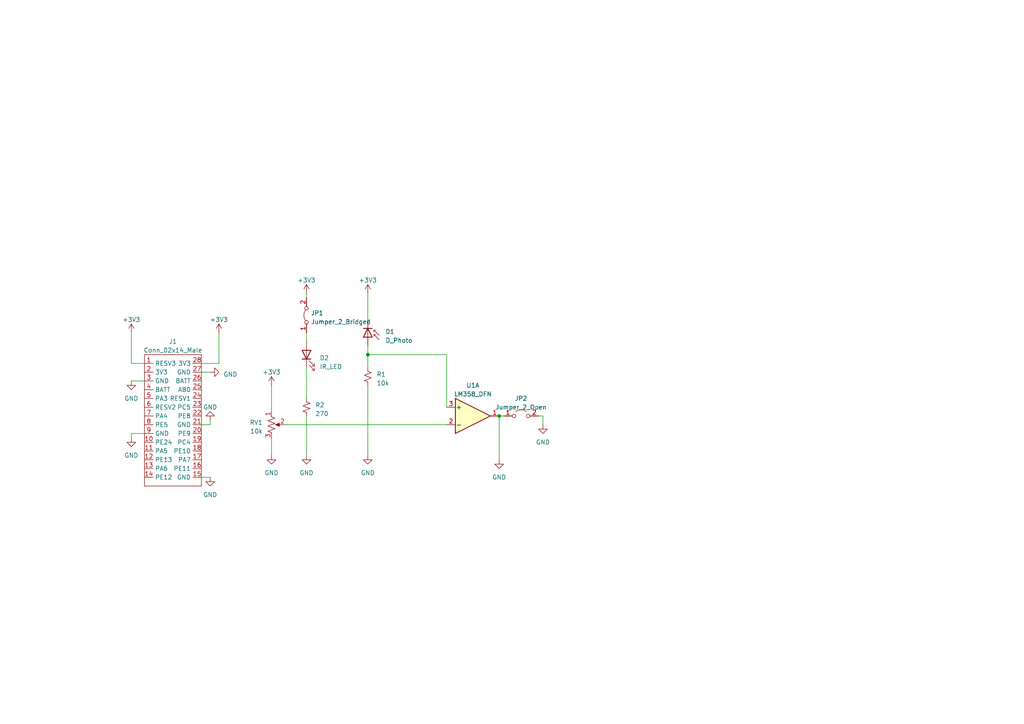
<source format=kicad_sch>
(kicad_sch (version 20230121) (generator eeschema)

  (uuid 47c08efd-bf45-488f-8a16-911313717c31)

  (paper "A4")

  (lib_symbols
    (symbol "Amplifier_Operational:LM358_DFN" (pin_names (offset 0.127)) (in_bom yes) (on_board yes)
      (property "Reference" "U" (at 0 5.08 0)
        (effects (font (size 1.27 1.27)) (justify left))
      )
      (property "Value" "LM358_DFN" (at 0 -5.08 0)
        (effects (font (size 1.27 1.27)) (justify left))
      )
      (property "Footprint" "Package_DFN_QFN:DFN-8-1EP_2x2mm_P0.5mm_EP1.05x1.75mm" (at 0 0 0)
        (effects (font (size 1.27 1.27)) hide)
      )
      (property "Datasheet" "www.st.com/resource/en/datasheet/lm358.pdf" (at 0 0 0)
        (effects (font (size 1.27 1.27)) hide)
      )
      (property "ki_locked" "" (at 0 0 0)
        (effects (font (size 1.27 1.27)))
      )
      (property "ki_keywords" "dual opamp" (at 0 0 0)
        (effects (font (size 1.27 1.27)) hide)
      )
      (property "ki_description" "Low-Power, Dual Operational Amplifiers, DFN-8" (at 0 0 0)
        (effects (font (size 1.27 1.27)) hide)
      )
      (property "ki_fp_filters" "DFN*2x2mm*P0.5mm*" (at 0 0 0)
        (effects (font (size 1.27 1.27)) hide)
      )
      (symbol "LM358_DFN_1_1"
        (polyline
          (pts
            (xy -5.08 5.08)
            (xy 5.08 0)
            (xy -5.08 -5.08)
            (xy -5.08 5.08)
          )
          (stroke (width 0.254) (type default))
          (fill (type background))
        )
        (pin output line (at 7.62 0 180) (length 2.54)
          (name "~" (effects (font (size 1.27 1.27))))
          (number "1" (effects (font (size 1.27 1.27))))
        )
        (pin input line (at -7.62 -2.54 0) (length 2.54)
          (name "-" (effects (font (size 1.27 1.27))))
          (number "2" (effects (font (size 1.27 1.27))))
        )
        (pin input line (at -7.62 2.54 0) (length 2.54)
          (name "+" (effects (font (size 1.27 1.27))))
          (number "3" (effects (font (size 1.27 1.27))))
        )
      )
      (symbol "LM358_DFN_2_1"
        (polyline
          (pts
            (xy -5.08 5.08)
            (xy 5.08 0)
            (xy -5.08 -5.08)
            (xy -5.08 5.08)
          )
          (stroke (width 0.254) (type default))
          (fill (type background))
        )
        (pin input line (at -7.62 2.54 0) (length 2.54)
          (name "+" (effects (font (size 1.27 1.27))))
          (number "5" (effects (font (size 1.27 1.27))))
        )
        (pin input line (at -7.62 -2.54 0) (length 2.54)
          (name "-" (effects (font (size 1.27 1.27))))
          (number "6" (effects (font (size 1.27 1.27))))
        )
        (pin output line (at 7.62 0 180) (length 2.54)
          (name "~" (effects (font (size 1.27 1.27))))
          (number "7" (effects (font (size 1.27 1.27))))
        )
      )
      (symbol "LM358_DFN_3_1"
        (pin power_in line (at -2.54 -7.62 90) (length 3.81)
          (name "V-" (effects (font (size 1.27 1.27))))
          (number "4" (effects (font (size 1.27 1.27))))
        )
        (pin power_in line (at -2.54 7.62 270) (length 3.81)
          (name "V+" (effects (font (size 1.27 1.27))))
          (number "8" (effects (font (size 1.27 1.27))))
        )
        (pin power_in line (at 0 -7.62 90) (length 5.08)
          (name "PAD" (effects (font (size 1.27 1.27))))
          (number "9" (effects (font (size 1.27 1.27))))
        )
      )
    )
    (symbol "Conn_02x14_Male:Conn_02x14_Male" (in_bom yes) (on_board yes)
      (property "Reference" "J" (at 0 0 0)
        (effects (font (size 1.27 1.27)))
      )
      (property "Value" "Conn_02x14_Male" (at 0 -2.54 0)
        (effects (font (size 1.27 1.27)))
      )
      (property "Footprint" "Connector_PinHeader_2.54mm:PinHeader_2x14_P2.54mm_Vertical" (at 0 0 0)
        (effects (font (size 1.27 1.27)) hide)
      )
      (property "Datasheet" "" (at 0 0 0)
        (effects (font (size 1.27 1.27)) hide)
      )
      (symbol "Conn_02x14_Male_0_1"
        (rectangle (start -8.89 -3.81) (end 7.62 -41.91)
          (stroke (width 0) (type default))
          (fill (type none))
        )
      )
      (symbol "Conn_02x14_Male_1_1"
        (pin passive line (at -8.89 -6.35 0) (length 2.54)
          (name "RESV3" (effects (font (size 1.27 1.27))))
          (number "1" (effects (font (size 1.27 1.27))))
        )
        (pin passive line (at -8.89 -29.21 0) (length 2.54)
          (name "PE24" (effects (font (size 1.27 1.27))))
          (number "10" (effects (font (size 1.27 1.27))))
        )
        (pin passive line (at -8.89 -31.75 0) (length 2.54)
          (name "PA5" (effects (font (size 1.27 1.27))))
          (number "11" (effects (font (size 1.27 1.27))))
        )
        (pin passive line (at -8.89 -34.29 0) (length 2.54)
          (name "PE13" (effects (font (size 1.27 1.27))))
          (number "12" (effects (font (size 1.27 1.27))))
        )
        (pin passive line (at -8.89 -36.83 0) (length 2.54)
          (name "PA6" (effects (font (size 1.27 1.27))))
          (number "13" (effects (font (size 1.27 1.27))))
        )
        (pin passive line (at -8.89 -39.37 0) (length 2.54)
          (name "PE12" (effects (font (size 1.27 1.27))))
          (number "14" (effects (font (size 1.27 1.27))))
        )
        (pin passive line (at 7.62 -39.37 180) (length 2.54)
          (name "GND" (effects (font (size 1.27 1.27))))
          (number "15" (effects (font (size 1.27 1.27))))
        )
        (pin passive line (at 7.62 -36.83 180) (length 2.54)
          (name "PE11" (effects (font (size 1.27 1.27))))
          (number "16" (effects (font (size 1.27 1.27))))
        )
        (pin passive line (at 7.62 -34.29 180) (length 2.54)
          (name "PA7" (effects (font (size 1.27 1.27))))
          (number "17" (effects (font (size 1.27 1.27))))
        )
        (pin passive line (at 7.62 -31.75 180) (length 2.54)
          (name "PE10" (effects (font (size 1.27 1.27))))
          (number "18" (effects (font (size 1.27 1.27))))
        )
        (pin passive line (at 7.62 -29.21 180) (length 2.54)
          (name "PC4" (effects (font (size 1.27 1.27))))
          (number "19" (effects (font (size 1.27 1.27))))
        )
        (pin passive line (at -8.89 -8.89 0) (length 2.54)
          (name "3V3" (effects (font (size 1.27 1.27))))
          (number "2" (effects (font (size 1.27 1.27))))
        )
        (pin passive line (at 7.62 -26.67 180) (length 2.54)
          (name "PE9" (effects (font (size 1.27 1.27))))
          (number "20" (effects (font (size 1.27 1.27))))
        )
        (pin passive line (at 7.62 -24.13 180) (length 2.54)
          (name "GND" (effects (font (size 1.27 1.27))))
          (number "21" (effects (font (size 1.27 1.27))))
        )
        (pin passive line (at 7.62 -21.59 180) (length 2.54)
          (name "PE8" (effects (font (size 1.27 1.27))))
          (number "22" (effects (font (size 1.27 1.27))))
        )
        (pin passive line (at 7.62 -19.05 180) (length 2.54)
          (name "PC5" (effects (font (size 1.27 1.27))))
          (number "23" (effects (font (size 1.27 1.27))))
        )
        (pin passive line (at 7.62 -16.51 180) (length 2.54)
          (name "RESV1" (effects (font (size 1.27 1.27))))
          (number "24" (effects (font (size 1.27 1.27))))
        )
        (pin passive line (at 7.62 -13.97 180) (length 2.54)
          (name "AB0" (effects (font (size 1.27 1.27))))
          (number "25" (effects (font (size 1.27 1.27))))
        )
        (pin passive line (at 7.62 -11.43 180) (length 2.54)
          (name "BATT" (effects (font (size 1.27 1.27))))
          (number "26" (effects (font (size 1.27 1.27))))
        )
        (pin passive line (at 7.62 -8.89 180) (length 2.54)
          (name "GND" (effects (font (size 1.27 1.27))))
          (number "27" (effects (font (size 1.27 1.27))))
        )
        (pin passive line (at 7.62 -6.35 180) (length 2.54)
          (name "3V3" (effects (font (size 1.27 1.27))))
          (number "28" (effects (font (size 1.27 1.27))))
        )
        (pin passive line (at -8.89 -11.43 0) (length 2.54)
          (name "GND" (effects (font (size 1.27 1.27))))
          (number "3" (effects (font (size 1.27 1.27))))
        )
        (pin passive line (at -8.89 -13.97 0) (length 2.54)
          (name "BATT" (effects (font (size 1.27 1.27))))
          (number "4" (effects (font (size 1.27 1.27))))
        )
        (pin passive line (at -8.89 -16.51 0) (length 2.54)
          (name "PA3" (effects (font (size 1.27 1.27))))
          (number "5" (effects (font (size 1.27 1.27))))
        )
        (pin passive line (at -8.89 -19.05 0) (length 2.54)
          (name "RESV2" (effects (font (size 1.27 1.27))))
          (number "6" (effects (font (size 1.27 1.27))))
        )
        (pin passive line (at -8.89 -21.59 0) (length 2.54)
          (name "PA4" (effects (font (size 1.27 1.27))))
          (number "7" (effects (font (size 1.27 1.27))))
        )
        (pin passive line (at -8.89 -24.13 0) (length 2.54)
          (name "PE5" (effects (font (size 1.27 1.27))))
          (number "8" (effects (font (size 1.27 1.27))))
        )
        (pin passive line (at -8.89 -26.67 0) (length 2.54)
          (name "GND" (effects (font (size 1.27 1.27))))
          (number "9" (effects (font (size 1.27 1.27))))
        )
      )
    )
    (symbol "Device:D_Photo" (pin_numbers hide) (pin_names hide) (in_bom yes) (on_board yes)
      (property "Reference" "D" (at 0.508 1.778 0)
        (effects (font (size 1.27 1.27)) (justify left))
      )
      (property "Value" "D_Photo" (at -1.016 -2.794 0)
        (effects (font (size 1.27 1.27)))
      )
      (property "Footprint" "" (at -1.27 0 0)
        (effects (font (size 1.27 1.27)) hide)
      )
      (property "Datasheet" "~" (at -1.27 0 0)
        (effects (font (size 1.27 1.27)) hide)
      )
      (property "ki_keywords" "photodiode diode opto" (at 0 0 0)
        (effects (font (size 1.27 1.27)) hide)
      )
      (property "ki_description" "Photodiode" (at 0 0 0)
        (effects (font (size 1.27 1.27)) hide)
      )
      (symbol "D_Photo_0_1"
        (polyline
          (pts
            (xy -2.54 1.27)
            (xy -2.54 -1.27)
          )
          (stroke (width 0.254) (type default))
          (fill (type none))
        )
        (polyline
          (pts
            (xy -2.032 1.778)
            (xy -1.524 1.778)
          )
          (stroke (width 0) (type default))
          (fill (type none))
        )
        (polyline
          (pts
            (xy 0 0)
            (xy -2.54 0)
          )
          (stroke (width 0) (type default))
          (fill (type none))
        )
        (polyline
          (pts
            (xy -0.508 3.302)
            (xy -2.032 1.778)
            (xy -2.032 2.286)
          )
          (stroke (width 0) (type default))
          (fill (type none))
        )
        (polyline
          (pts
            (xy 0 -1.27)
            (xy 0 1.27)
            (xy -2.54 0)
            (xy 0 -1.27)
          )
          (stroke (width 0.254) (type default))
          (fill (type none))
        )
        (polyline
          (pts
            (xy 0.762 3.302)
            (xy -0.762 1.778)
            (xy -0.762 2.286)
            (xy -0.762 1.778)
            (xy -0.254 1.778)
          )
          (stroke (width 0) (type default))
          (fill (type none))
        )
      )
      (symbol "D_Photo_1_1"
        (pin passive line (at -5.08 0 0) (length 2.54)
          (name "K" (effects (font (size 1.27 1.27))))
          (number "1" (effects (font (size 1.27 1.27))))
        )
        (pin passive line (at 2.54 0 180) (length 2.54)
          (name "A" (effects (font (size 1.27 1.27))))
          (number "2" (effects (font (size 1.27 1.27))))
        )
      )
    )
    (symbol "Device:LED" (pin_numbers hide) (pin_names (offset 1.016) hide) (in_bom yes) (on_board yes)
      (property "Reference" "D" (at 0 2.54 0)
        (effects (font (size 1.27 1.27)))
      )
      (property "Value" "LED" (at 0 -2.54 0)
        (effects (font (size 1.27 1.27)))
      )
      (property "Footprint" "" (at 0 0 0)
        (effects (font (size 1.27 1.27)) hide)
      )
      (property "Datasheet" "~" (at 0 0 0)
        (effects (font (size 1.27 1.27)) hide)
      )
      (property "ki_keywords" "LED diode" (at 0 0 0)
        (effects (font (size 1.27 1.27)) hide)
      )
      (property "ki_description" "Light emitting diode" (at 0 0 0)
        (effects (font (size 1.27 1.27)) hide)
      )
      (property "ki_fp_filters" "LED* LED_SMD:* LED_THT:*" (at 0 0 0)
        (effects (font (size 1.27 1.27)) hide)
      )
      (symbol "LED_0_1"
        (polyline
          (pts
            (xy -1.27 -1.27)
            (xy -1.27 1.27)
          )
          (stroke (width 0.254) (type default))
          (fill (type none))
        )
        (polyline
          (pts
            (xy -1.27 0)
            (xy 1.27 0)
          )
          (stroke (width 0) (type default))
          (fill (type none))
        )
        (polyline
          (pts
            (xy 1.27 -1.27)
            (xy 1.27 1.27)
            (xy -1.27 0)
            (xy 1.27 -1.27)
          )
          (stroke (width 0.254) (type default))
          (fill (type none))
        )
        (polyline
          (pts
            (xy -3.048 -0.762)
            (xy -4.572 -2.286)
            (xy -3.81 -2.286)
            (xy -4.572 -2.286)
            (xy -4.572 -1.524)
          )
          (stroke (width 0) (type default))
          (fill (type none))
        )
        (polyline
          (pts
            (xy -1.778 -0.762)
            (xy -3.302 -2.286)
            (xy -2.54 -2.286)
            (xy -3.302 -2.286)
            (xy -3.302 -1.524)
          )
          (stroke (width 0) (type default))
          (fill (type none))
        )
      )
      (symbol "LED_1_1"
        (pin passive line (at -3.81 0 0) (length 2.54)
          (name "K" (effects (font (size 1.27 1.27))))
          (number "1" (effects (font (size 1.27 1.27))))
        )
        (pin passive line (at 3.81 0 180) (length 2.54)
          (name "A" (effects (font (size 1.27 1.27))))
          (number "2" (effects (font (size 1.27 1.27))))
        )
      )
    )
    (symbol "Device:R_Potentiometer_US" (pin_names (offset 1.016) hide) (in_bom yes) (on_board yes)
      (property "Reference" "RV" (at -4.445 0 90)
        (effects (font (size 1.27 1.27)))
      )
      (property "Value" "R_Potentiometer_US" (at -2.54 0 90)
        (effects (font (size 1.27 1.27)))
      )
      (property "Footprint" "" (at 0 0 0)
        (effects (font (size 1.27 1.27)) hide)
      )
      (property "Datasheet" "~" (at 0 0 0)
        (effects (font (size 1.27 1.27)) hide)
      )
      (property "ki_keywords" "resistor variable" (at 0 0 0)
        (effects (font (size 1.27 1.27)) hide)
      )
      (property "ki_description" "Potentiometer, US symbol" (at 0 0 0)
        (effects (font (size 1.27 1.27)) hide)
      )
      (property "ki_fp_filters" "Potentiometer*" (at 0 0 0)
        (effects (font (size 1.27 1.27)) hide)
      )
      (symbol "R_Potentiometer_US_0_1"
        (polyline
          (pts
            (xy 0 -2.286)
            (xy 0 -2.54)
          )
          (stroke (width 0) (type default))
          (fill (type none))
        )
        (polyline
          (pts
            (xy 0 2.54)
            (xy 0 2.286)
          )
          (stroke (width 0) (type default))
          (fill (type none))
        )
        (polyline
          (pts
            (xy 2.54 0)
            (xy 1.524 0)
          )
          (stroke (width 0) (type default))
          (fill (type none))
        )
        (polyline
          (pts
            (xy 1.143 0)
            (xy 2.286 0.508)
            (xy 2.286 -0.508)
            (xy 1.143 0)
          )
          (stroke (width 0) (type default))
          (fill (type outline))
        )
        (polyline
          (pts
            (xy 0 -0.762)
            (xy 1.016 -1.143)
            (xy 0 -1.524)
            (xy -1.016 -1.905)
            (xy 0 -2.286)
          )
          (stroke (width 0) (type default))
          (fill (type none))
        )
        (polyline
          (pts
            (xy 0 0.762)
            (xy 1.016 0.381)
            (xy 0 0)
            (xy -1.016 -0.381)
            (xy 0 -0.762)
          )
          (stroke (width 0) (type default))
          (fill (type none))
        )
        (polyline
          (pts
            (xy 0 2.286)
            (xy 1.016 1.905)
            (xy 0 1.524)
            (xy -1.016 1.143)
            (xy 0 0.762)
          )
          (stroke (width 0) (type default))
          (fill (type none))
        )
      )
      (symbol "R_Potentiometer_US_1_1"
        (pin passive line (at 0 3.81 270) (length 1.27)
          (name "1" (effects (font (size 1.27 1.27))))
          (number "1" (effects (font (size 1.27 1.27))))
        )
        (pin passive line (at 3.81 0 180) (length 1.27)
          (name "2" (effects (font (size 1.27 1.27))))
          (number "2" (effects (font (size 1.27 1.27))))
        )
        (pin passive line (at 0 -3.81 90) (length 1.27)
          (name "3" (effects (font (size 1.27 1.27))))
          (number "3" (effects (font (size 1.27 1.27))))
        )
      )
    )
    (symbol "Device:R_Small_US" (pin_numbers hide) (pin_names (offset 0.254) hide) (in_bom yes) (on_board yes)
      (property "Reference" "R" (at 0.762 0.508 0)
        (effects (font (size 1.27 1.27)) (justify left))
      )
      (property "Value" "R_Small_US" (at 0.762 -1.016 0)
        (effects (font (size 1.27 1.27)) (justify left))
      )
      (property "Footprint" "" (at 0 0 0)
        (effects (font (size 1.27 1.27)) hide)
      )
      (property "Datasheet" "~" (at 0 0 0)
        (effects (font (size 1.27 1.27)) hide)
      )
      (property "ki_keywords" "r resistor" (at 0 0 0)
        (effects (font (size 1.27 1.27)) hide)
      )
      (property "ki_description" "Resistor, small US symbol" (at 0 0 0)
        (effects (font (size 1.27 1.27)) hide)
      )
      (property "ki_fp_filters" "R_*" (at 0 0 0)
        (effects (font (size 1.27 1.27)) hide)
      )
      (symbol "R_Small_US_1_1"
        (polyline
          (pts
            (xy 0 0)
            (xy 1.016 -0.381)
            (xy 0 -0.762)
            (xy -1.016 -1.143)
            (xy 0 -1.524)
          )
          (stroke (width 0) (type default))
          (fill (type none))
        )
        (polyline
          (pts
            (xy 0 1.524)
            (xy 1.016 1.143)
            (xy 0 0.762)
            (xy -1.016 0.381)
            (xy 0 0)
          )
          (stroke (width 0) (type default))
          (fill (type none))
        )
        (pin passive line (at 0 2.54 270) (length 1.016)
          (name "~" (effects (font (size 1.27 1.27))))
          (number "1" (effects (font (size 1.27 1.27))))
        )
        (pin passive line (at 0 -2.54 90) (length 1.016)
          (name "~" (effects (font (size 1.27 1.27))))
          (number "2" (effects (font (size 1.27 1.27))))
        )
      )
    )
    (symbol "Jumper:Jumper_2_Bridged" (pin_names (offset 0) hide) (in_bom yes) (on_board yes)
      (property "Reference" "JP" (at 0 1.905 0)
        (effects (font (size 1.27 1.27)))
      )
      (property "Value" "Jumper_2_Bridged" (at 0 -2.54 0)
        (effects (font (size 1.27 1.27)))
      )
      (property "Footprint" "" (at 0 0 0)
        (effects (font (size 1.27 1.27)) hide)
      )
      (property "Datasheet" "~" (at 0 0 0)
        (effects (font (size 1.27 1.27)) hide)
      )
      (property "ki_keywords" "Jumper SPST" (at 0 0 0)
        (effects (font (size 1.27 1.27)) hide)
      )
      (property "ki_description" "Jumper, 2-pole, closed/bridged" (at 0 0 0)
        (effects (font (size 1.27 1.27)) hide)
      )
      (property "ki_fp_filters" "Jumper* TestPoint*2Pads* TestPoint*Bridge*" (at 0 0 0)
        (effects (font (size 1.27 1.27)) hide)
      )
      (symbol "Jumper_2_Bridged_0_0"
        (circle (center -2.032 0) (radius 0.508)
          (stroke (width 0) (type default))
          (fill (type none))
        )
        (circle (center 2.032 0) (radius 0.508)
          (stroke (width 0) (type default))
          (fill (type none))
        )
      )
      (symbol "Jumper_2_Bridged_0_1"
        (arc (start 1.524 0.254) (mid 0 0.762) (end -1.524 0.254)
          (stroke (width 0) (type default))
          (fill (type none))
        )
      )
      (symbol "Jumper_2_Bridged_1_1"
        (pin passive line (at -5.08 0 0) (length 2.54)
          (name "A" (effects (font (size 1.27 1.27))))
          (number "1" (effects (font (size 1.27 1.27))))
        )
        (pin passive line (at 5.08 0 180) (length 2.54)
          (name "B" (effects (font (size 1.27 1.27))))
          (number "2" (effects (font (size 1.27 1.27))))
        )
      )
    )
    (symbol "Jumper:Jumper_2_Open" (pin_names (offset 0) hide) (in_bom yes) (on_board yes)
      (property "Reference" "JP" (at 0 2.794 0)
        (effects (font (size 1.27 1.27)))
      )
      (property "Value" "Jumper_2_Open" (at 0 -2.286 0)
        (effects (font (size 1.27 1.27)))
      )
      (property "Footprint" "" (at 0 0 0)
        (effects (font (size 1.27 1.27)) hide)
      )
      (property "Datasheet" "~" (at 0 0 0)
        (effects (font (size 1.27 1.27)) hide)
      )
      (property "ki_keywords" "Jumper SPST" (at 0 0 0)
        (effects (font (size 1.27 1.27)) hide)
      )
      (property "ki_description" "Jumper, 2-pole, open" (at 0 0 0)
        (effects (font (size 1.27 1.27)) hide)
      )
      (property "ki_fp_filters" "Jumper* TestPoint*2Pads* TestPoint*Bridge*" (at 0 0 0)
        (effects (font (size 1.27 1.27)) hide)
      )
      (symbol "Jumper_2_Open_0_0"
        (circle (center -2.032 0) (radius 0.508)
          (stroke (width 0) (type default))
          (fill (type none))
        )
        (circle (center 2.032 0) (radius 0.508)
          (stroke (width 0) (type default))
          (fill (type none))
        )
      )
      (symbol "Jumper_2_Open_0_1"
        (arc (start 1.524 1.27) (mid 0 1.778) (end -1.524 1.27)
          (stroke (width 0) (type default))
          (fill (type none))
        )
      )
      (symbol "Jumper_2_Open_1_1"
        (pin passive line (at -5.08 0 0) (length 2.54)
          (name "A" (effects (font (size 1.27 1.27))))
          (number "1" (effects (font (size 1.27 1.27))))
        )
        (pin passive line (at 5.08 0 180) (length 2.54)
          (name "B" (effects (font (size 1.27 1.27))))
          (number "2" (effects (font (size 1.27 1.27))))
        )
      )
    )
    (symbol "power:+3V3" (power) (pin_names (offset 0)) (in_bom yes) (on_board yes)
      (property "Reference" "#PWR" (at 0 -3.81 0)
        (effects (font (size 1.27 1.27)) hide)
      )
      (property "Value" "+3V3" (at 0 3.556 0)
        (effects (font (size 1.27 1.27)))
      )
      (property "Footprint" "" (at 0 0 0)
        (effects (font (size 1.27 1.27)) hide)
      )
      (property "Datasheet" "" (at 0 0 0)
        (effects (font (size 1.27 1.27)) hide)
      )
      (property "ki_keywords" "global power" (at 0 0 0)
        (effects (font (size 1.27 1.27)) hide)
      )
      (property "ki_description" "Power symbol creates a global label with name \"+3V3\"" (at 0 0 0)
        (effects (font (size 1.27 1.27)) hide)
      )
      (symbol "+3V3_0_1"
        (polyline
          (pts
            (xy -0.762 1.27)
            (xy 0 2.54)
          )
          (stroke (width 0) (type default))
          (fill (type none))
        )
        (polyline
          (pts
            (xy 0 0)
            (xy 0 2.54)
          )
          (stroke (width 0) (type default))
          (fill (type none))
        )
        (polyline
          (pts
            (xy 0 2.54)
            (xy 0.762 1.27)
          )
          (stroke (width 0) (type default))
          (fill (type none))
        )
      )
      (symbol "+3V3_1_1"
        (pin power_in line (at 0 0 90) (length 0) hide
          (name "+3V3" (effects (font (size 1.27 1.27))))
          (number "1" (effects (font (size 1.27 1.27))))
        )
      )
    )
    (symbol "power:GND" (power) (pin_names (offset 0)) (in_bom yes) (on_board yes)
      (property "Reference" "#PWR" (at 0 -6.35 0)
        (effects (font (size 1.27 1.27)) hide)
      )
      (property "Value" "GND" (at 0 -3.81 0)
        (effects (font (size 1.27 1.27)))
      )
      (property "Footprint" "" (at 0 0 0)
        (effects (font (size 1.27 1.27)) hide)
      )
      (property "Datasheet" "" (at 0 0 0)
        (effects (font (size 1.27 1.27)) hide)
      )
      (property "ki_keywords" "global power" (at 0 0 0)
        (effects (font (size 1.27 1.27)) hide)
      )
      (property "ki_description" "Power symbol creates a global label with name \"GND\" , ground" (at 0 0 0)
        (effects (font (size 1.27 1.27)) hide)
      )
      (symbol "GND_0_1"
        (polyline
          (pts
            (xy 0 0)
            (xy 0 -1.27)
            (xy 1.27 -1.27)
            (xy 0 -2.54)
            (xy -1.27 -1.27)
            (xy 0 -1.27)
          )
          (stroke (width 0) (type default))
          (fill (type none))
        )
      )
      (symbol "GND_1_1"
        (pin power_in line (at 0 0 270) (length 0) hide
          (name "GND" (effects (font (size 1.27 1.27))))
          (number "1" (effects (font (size 1.27 1.27))))
        )
      )
    )
  )

  (junction (at 144.78 120.65) (diameter 0) (color 0 0 0 0)
    (uuid 0ae7ffbc-b906-4bd2-b064-5f723453fad7)
  )
  (junction (at 106.68 102.87) (diameter 0) (color 0 0 0 0)
    (uuid bc2ceebb-3ebe-4c2b-94e0-cbd171112f62)
  )

  (wire (pts (xy 38.1 125.73) (xy 41.91 125.73))
    (stroke (width 0) (type default))
    (uuid 1a5af042-68f5-4d83-9d91-b3b17a71e531)
  )
  (wire (pts (xy 38.1 105.41) (xy 38.1 96.52))
    (stroke (width 0) (type default))
    (uuid 1f1d0f0f-e3e6-4800-a799-260df41a64a6)
  )
  (wire (pts (xy 88.9 120.65) (xy 88.9 132.08))
    (stroke (width 0) (type default))
    (uuid 240ed625-26ee-4212-9406-8fb1ea6b6032)
  )
  (wire (pts (xy 106.68 102.87) (xy 106.68 106.68))
    (stroke (width 0) (type default))
    (uuid 2793f61e-f2b2-4104-853f-93a3775e2d9f)
  )
  (wire (pts (xy 144.78 120.65) (xy 146.05 120.65))
    (stroke (width 0) (type default))
    (uuid 357fdde0-322d-4ce0-bf00-e0e25e6b7687)
  )
  (wire (pts (xy 144.78 120.65) (xy 144.78 133.35))
    (stroke (width 0) (type default))
    (uuid 3998346f-7a5e-418b-907c-ba14f936a745)
  )
  (wire (pts (xy 38.1 127) (xy 38.1 125.73))
    (stroke (width 0) (type default))
    (uuid 44609e1e-85e5-4237-befe-c9dc2e531411)
  )
  (wire (pts (xy 60.96 121.92) (xy 60.96 123.19))
    (stroke (width 0) (type default))
    (uuid 4d9f611d-15f3-4dc9-b25d-1ec46937d95c)
  )
  (wire (pts (xy 78.74 127) (xy 78.74 132.08))
    (stroke (width 0) (type default))
    (uuid 544c52f5-6ddf-400c-bc84-de0c766e6bc4)
  )
  (wire (pts (xy 78.74 111.76) (xy 78.74 119.38))
    (stroke (width 0) (type default))
    (uuid 5ffc7193-4bfd-40de-892f-a6fa949cca94)
  )
  (wire (pts (xy 129.54 118.11) (xy 129.54 102.87))
    (stroke (width 0) (type default))
    (uuid 6049dfb0-f3fe-43e6-9b35-3931bd0c32ed)
  )
  (wire (pts (xy 38.1 110.49) (xy 41.91 110.49))
    (stroke (width 0) (type default))
    (uuid 679f28be-9aea-4946-9fa9-7c37cc37cf24)
  )
  (wire (pts (xy 106.68 100.33) (xy 106.68 102.87))
    (stroke (width 0) (type default))
    (uuid 7b90fc33-00ad-4c91-b3ca-ba2c41090ad4)
  )
  (wire (pts (xy 106.68 111.76) (xy 106.68 132.08))
    (stroke (width 0) (type default))
    (uuid 82fdbff0-23e4-4dd6-92e2-53eb5d61b6b5)
  )
  (wire (pts (xy 63.5 105.41) (xy 58.42 105.41))
    (stroke (width 0) (type default))
    (uuid 8305781b-73cb-4087-9169-929680da188e)
  )
  (wire (pts (xy 41.91 105.41) (xy 38.1 105.41))
    (stroke (width 0) (type default))
    (uuid 88aee52d-48bd-4f9c-8189-f7f37755fe20)
  )
  (wire (pts (xy 157.48 120.65) (xy 157.48 123.19))
    (stroke (width 0) (type default))
    (uuid 9218b0e5-42c6-4d43-bc27-a0ab1a92f4d5)
  )
  (wire (pts (xy 88.9 106.68) (xy 88.9 115.57))
    (stroke (width 0) (type default))
    (uuid 94c07de3-dbb7-483c-a11b-9a29b9eba806)
  )
  (wire (pts (xy 60.96 123.19) (xy 58.42 123.19))
    (stroke (width 0) (type default))
    (uuid a494fd23-c641-4505-ad31-6258a7fd401d)
  )
  (wire (pts (xy 106.68 85.09) (xy 106.68 92.71))
    (stroke (width 0) (type default))
    (uuid ab2a7022-33d8-4d19-960e-7783adc308a9)
  )
  (wire (pts (xy 58.42 138.43) (xy 60.96 138.43))
    (stroke (width 0) (type default))
    (uuid b8c034a3-9ce2-4ae3-a26e-4307f03a38ba)
  )
  (wire (pts (xy 88.9 96.52) (xy 88.9 99.06))
    (stroke (width 0) (type default))
    (uuid b985e0be-9d17-4555-b800-d5e0fd9bc522)
  )
  (wire (pts (xy 82.55 123.19) (xy 129.54 123.19))
    (stroke (width 0) (type default))
    (uuid bd492526-67f3-48c9-9854-4300cc2b4c31)
  )
  (wire (pts (xy 88.9 85.09) (xy 88.9 86.36))
    (stroke (width 0) (type default))
    (uuid c38570d4-e7f3-4177-9927-385ac5ce7d34)
  )
  (wire (pts (xy 63.5 96.52) (xy 63.5 105.41))
    (stroke (width 0) (type default))
    (uuid c737d822-4c81-44c3-95cd-2065a115cd4f)
  )
  (wire (pts (xy 156.21 120.65) (xy 157.48 120.65))
    (stroke (width 0) (type default))
    (uuid cf5af207-02a4-4d8c-856f-e24f15e48513)
  )
  (wire (pts (xy 129.54 102.87) (xy 106.68 102.87))
    (stroke (width 0) (type default))
    (uuid e99db135-4b99-4954-8c4d-be5453a157fa)
  )
  (wire (pts (xy 58.42 107.95) (xy 60.96 107.95))
    (stroke (width 0) (type default))
    (uuid f4dc59ef-2e1b-457c-a60e-e196bfc69241)
  )

  (symbol (lib_id "power:GND") (at 157.48 123.19 0) (unit 1)
    (in_bom yes) (on_board yes) (dnp no) (fields_autoplaced)
    (uuid 10d5ace9-ba68-4190-a3b0-5b661d8230b4)
    (property "Reference" "#PWR015" (at 157.48 129.54 0)
      (effects (font (size 1.27 1.27)) hide)
    )
    (property "Value" "GND" (at 157.48 128.27 0)
      (effects (font (size 1.27 1.27)))
    )
    (property "Footprint" "" (at 157.48 123.19 0)
      (effects (font (size 1.27 1.27)) hide)
    )
    (property "Datasheet" "" (at 157.48 123.19 0)
      (effects (font (size 1.27 1.27)) hide)
    )
    (pin "1" (uuid 7d6b2eb9-fef1-4c1a-972e-bfad3d3d0eb4))
    (instances
      (project "IR SENSOR"
        (path "/47c08efd-bf45-488f-8a16-911313717c31"
          (reference "#PWR015") (unit 1)
        )
      )
    )
  )

  (symbol (lib_id "power:GND") (at 60.96 107.95 90) (unit 1)
    (in_bom yes) (on_board yes) (dnp no) (fields_autoplaced)
    (uuid 1263eaee-771a-4618-ab1b-8473f0ac3390)
    (property "Reference" "#PWR010" (at 67.31 107.95 0)
      (effects (font (size 1.27 1.27)) hide)
    )
    (property "Value" "GND" (at 64.77 108.585 90)
      (effects (font (size 1.27 1.27)) (justify right))
    )
    (property "Footprint" "" (at 60.96 107.95 0)
      (effects (font (size 1.27 1.27)) hide)
    )
    (property "Datasheet" "" (at 60.96 107.95 0)
      (effects (font (size 1.27 1.27)) hide)
    )
    (pin "1" (uuid c0b7edc6-5487-4315-88b4-c00c1c7585a0))
    (instances
      (project "IR SENSOR"
        (path "/47c08efd-bf45-488f-8a16-911313717c31"
          (reference "#PWR010") (unit 1)
        )
      )
    )
  )

  (symbol (lib_id "power:GND") (at 38.1 127 0) (unit 1)
    (in_bom yes) (on_board yes) (dnp no) (fields_autoplaced)
    (uuid 1a9d8b73-f28d-41c6-832f-26b14b03be46)
    (property "Reference" "#PWR07" (at 38.1 133.35 0)
      (effects (font (size 1.27 1.27)) hide)
    )
    (property "Value" "GND" (at 38.1 132.08 0)
      (effects (font (size 1.27 1.27)))
    )
    (property "Footprint" "" (at 38.1 127 0)
      (effects (font (size 1.27 1.27)) hide)
    )
    (property "Datasheet" "" (at 38.1 127 0)
      (effects (font (size 1.27 1.27)) hide)
    )
    (pin "1" (uuid 0c690b4d-4141-4e96-a5f4-b93598a42c40))
    (instances
      (project "IR SENSOR"
        (path "/47c08efd-bf45-488f-8a16-911313717c31"
          (reference "#PWR07") (unit 1)
        )
      )
    )
  )

  (symbol (lib_id "power:GND") (at 106.68 132.08 0) (unit 1)
    (in_bom yes) (on_board yes) (dnp no) (fields_autoplaced)
    (uuid 1d0e33cf-fea5-4cde-876a-dee92f56b0bc)
    (property "Reference" "#PWR013" (at 106.68 138.43 0)
      (effects (font (size 1.27 1.27)) hide)
    )
    (property "Value" "GND" (at 106.68 137.16 0)
      (effects (font (size 1.27 1.27)))
    )
    (property "Footprint" "" (at 106.68 132.08 0)
      (effects (font (size 1.27 1.27)) hide)
    )
    (property "Datasheet" "" (at 106.68 132.08 0)
      (effects (font (size 1.27 1.27)) hide)
    )
    (pin "1" (uuid cbcc5b83-3116-4dc1-ac44-06b313868e23))
    (instances
      (project "IR SENSOR"
        (path "/47c08efd-bf45-488f-8a16-911313717c31"
          (reference "#PWR013") (unit 1)
        )
      )
    )
  )

  (symbol (lib_id "Conn_02x14_Male:Conn_02x14_Male") (at 50.8 99.06 0) (unit 1)
    (in_bom yes) (on_board yes) (dnp no) (fields_autoplaced)
    (uuid 36c83486-2247-4c58-b90e-9a5db49d829b)
    (property "Reference" "J1" (at 50.165 99.06 0)
      (effects (font (size 1.27 1.27)))
    )
    (property "Value" "Conn_02x14_Male" (at 50.165 101.6 0)
      (effects (font (size 1.27 1.27)))
    )
    (property "Footprint" "Connector_PinHeader_2.54mm:PinHeader_2x14_P2.54mm_Vertical" (at 50.8 99.06 0)
      (effects (font (size 1.27 1.27)) hide)
    )
    (property "Datasheet" "" (at 50.8 99.06 0)
      (effects (font (size 1.27 1.27)) hide)
    )
    (pin "1" (uuid b5f603e5-c470-4fd8-93bd-58e9e41feab6))
    (pin "10" (uuid d375708f-16ec-47d7-abb1-89805876bdf1))
    (pin "11" (uuid 87d193e9-2db6-48ea-b4f2-1fb879b23b0d))
    (pin "12" (uuid e363e476-f523-4ef5-90a4-41ab37274b1c))
    (pin "13" (uuid b52b6d48-c455-49d9-9045-dbc2e044a893))
    (pin "14" (uuid 3a282806-bd86-4ada-8968-d6e885aa3c17))
    (pin "15" (uuid 7018a3c9-da82-476e-9a0f-fb5d504161a7))
    (pin "16" (uuid 0633ba4e-d9cf-4d01-a194-539538068865))
    (pin "17" (uuid 34aff4bf-73e8-47d1-9a6a-b4b086444eb5))
    (pin "18" (uuid 962e4bd7-b2f2-4584-a678-0c3aedd2ef07))
    (pin "19" (uuid 29153d1a-b378-4f83-bd9d-030b04b355db))
    (pin "2" (uuid 3d158e5f-4f9e-47a3-bcf9-c6f12af298f4))
    (pin "20" (uuid 2f275eb6-45a1-47a8-9c69-0a4514d15b9f))
    (pin "21" (uuid 4dee5f58-dd7d-445e-8505-c53cf770893e))
    (pin "22" (uuid a1f78db9-aa7d-4ff9-905a-480c0b32caad))
    (pin "23" (uuid c18cd510-85bf-4920-9283-e4d8686cdf00))
    (pin "24" (uuid f9aa5cbe-1348-477e-9cfb-dd737925e278))
    (pin "25" (uuid dfa8a1ff-9cc8-4154-96d3-3e254adcf4b1))
    (pin "26" (uuid a3850c50-018f-4f3a-84be-24b692df9064))
    (pin "27" (uuid b7d9e3c5-8835-4951-a500-9d962a98b7d3))
    (pin "28" (uuid aea461a9-47b9-45b6-82bd-62e87a11c3e8))
    (pin "3" (uuid 6ee30698-add8-4113-9005-77f852113499))
    (pin "4" (uuid 37ad3f0d-a1d0-49ff-9ec4-426451e97d82))
    (pin "5" (uuid 27b5ba9d-5f11-494e-aaa1-3835cb9a0326))
    (pin "6" (uuid 7166420c-914b-46d6-93af-aed0e13a88ac))
    (pin "7" (uuid 499dd402-301f-4b9e-bac7-0e6a8fdd3a7b))
    (pin "8" (uuid 70a6792a-867d-43b3-8d8b-9a80e657c203))
    (pin "9" (uuid a7ccb927-2983-49b6-982f-040e9569f812))
    (instances
      (project "IR SENSOR"
        (path "/47c08efd-bf45-488f-8a16-911313717c31"
          (reference "J1") (unit 1)
        )
      )
    )
  )

  (symbol (lib_id "power:GND") (at 78.74 132.08 0) (unit 1)
    (in_bom yes) (on_board yes) (dnp no) (fields_autoplaced)
    (uuid 4a1a4370-1893-4eb4-86e6-4f7656b43198)
    (property "Reference" "#PWR011" (at 78.74 138.43 0)
      (effects (font (size 1.27 1.27)) hide)
    )
    (property "Value" "GND" (at 78.74 137.16 0)
      (effects (font (size 1.27 1.27)))
    )
    (property "Footprint" "" (at 78.74 132.08 0)
      (effects (font (size 1.27 1.27)) hide)
    )
    (property "Datasheet" "" (at 78.74 132.08 0)
      (effects (font (size 1.27 1.27)) hide)
    )
    (pin "1" (uuid 81e9552d-1d35-415e-b973-c006a7bf988a))
    (instances
      (project "IR SENSOR"
        (path "/47c08efd-bf45-488f-8a16-911313717c31"
          (reference "#PWR011") (unit 1)
        )
      )
    )
  )

  (symbol (lib_id "Device:R_Small_US") (at 106.68 109.22 180) (unit 1)
    (in_bom yes) (on_board yes) (dnp no) (fields_autoplaced)
    (uuid 51def95b-c1d0-4918-aad7-00488c8bdeb3)
    (property "Reference" "R1" (at 109.22 108.585 0)
      (effects (font (size 1.27 1.27)) (justify right))
    )
    (property "Value" "10k" (at 109.22 111.125 0)
      (effects (font (size 1.27 1.27)) (justify right))
    )
    (property "Footprint" "Resistor_THT:R_Axial_DIN0204_L3.6mm_D1.6mm_P2.54mm_Vertical" (at 106.68 109.22 0)
      (effects (font (size 1.27 1.27)) hide)
    )
    (property "Datasheet" "~" (at 106.68 109.22 0)
      (effects (font (size 1.27 1.27)) hide)
    )
    (pin "1" (uuid 6e93e640-4a35-404a-be8e-2f1248246949))
    (pin "2" (uuid 8adb949d-6d1b-43bd-9147-8c4e46e35a73))
    (instances
      (project "IR SENSOR"
        (path "/47c08efd-bf45-488f-8a16-911313717c31"
          (reference "R1") (unit 1)
        )
      )
    )
  )

  (symbol (lib_id "power:GND") (at 60.96 138.43 0) (unit 1)
    (in_bom yes) (on_board yes) (dnp no) (fields_autoplaced)
    (uuid 5cca9932-5e1b-4a63-9f53-04b1b23f1e60)
    (property "Reference" "#PWR08" (at 60.96 144.78 0)
      (effects (font (size 1.27 1.27)) hide)
    )
    (property "Value" "GND" (at 60.96 143.51 0)
      (effects (font (size 1.27 1.27)))
    )
    (property "Footprint" "" (at 60.96 138.43 0)
      (effects (font (size 1.27 1.27)) hide)
    )
    (property "Datasheet" "" (at 60.96 138.43 0)
      (effects (font (size 1.27 1.27)) hide)
    )
    (pin "1" (uuid 93806c34-7742-4184-b3ff-77effcdfbedd))
    (instances
      (project "IR SENSOR"
        (path "/47c08efd-bf45-488f-8a16-911313717c31"
          (reference "#PWR08") (unit 1)
        )
      )
    )
  )

  (symbol (lib_id "power:GND") (at 88.9 132.08 0) (unit 1)
    (in_bom yes) (on_board yes) (dnp no) (fields_autoplaced)
    (uuid 63cb2b30-eb64-495d-96de-d926c294d2f3)
    (property "Reference" "#PWR012" (at 88.9 138.43 0)
      (effects (font (size 1.27 1.27)) hide)
    )
    (property "Value" "GND" (at 88.9 137.16 0)
      (effects (font (size 1.27 1.27)))
    )
    (property "Footprint" "" (at 88.9 132.08 0)
      (effects (font (size 1.27 1.27)) hide)
    )
    (property "Datasheet" "" (at 88.9 132.08 0)
      (effects (font (size 1.27 1.27)) hide)
    )
    (pin "1" (uuid bb3e5deb-34c2-463c-bfb4-c14a682f8cc4))
    (instances
      (project "IR SENSOR"
        (path "/47c08efd-bf45-488f-8a16-911313717c31"
          (reference "#PWR012") (unit 1)
        )
      )
    )
  )

  (symbol (lib_id "Device:R_Potentiometer_US") (at 78.74 123.19 0) (unit 1)
    (in_bom yes) (on_board yes) (dnp no) (fields_autoplaced)
    (uuid 665c136b-a6e7-4578-9085-737a1f7d142d)
    (property "Reference" "RV1" (at 76.2 122.555 0)
      (effects (font (size 1.27 1.27)) (justify right))
    )
    (property "Value" "10k" (at 76.2 125.095 0)
      (effects (font (size 1.27 1.27)) (justify right))
    )
    (property "Footprint" "Potentiometer_THT:Potentiometer_ACP_CA9-H2,5_Horizontal" (at 78.74 123.19 0)
      (effects (font (size 1.27 1.27)) hide)
    )
    (property "Datasheet" "~" (at 78.74 123.19 0)
      (effects (font (size 1.27 1.27)) hide)
    )
    (pin "1" (uuid 84d4fe35-0b31-4061-83fd-e0d6bcaa6a2b))
    (pin "2" (uuid b5e0063f-250d-42b1-b190-1de160fd9306))
    (pin "3" (uuid 89c864d2-e389-44a4-83aa-0a780156a1fe))
    (instances
      (project "IR SENSOR"
        (path "/47c08efd-bf45-488f-8a16-911313717c31"
          (reference "RV1") (unit 1)
        )
      )
    )
  )

  (symbol (lib_id "power:+3V3") (at 78.74 111.76 0) (unit 1)
    (in_bom yes) (on_board yes) (dnp no) (fields_autoplaced)
    (uuid 76826b29-dc02-4ac2-8811-8b03e4e344cf)
    (property "Reference" "#PWR05" (at 78.74 115.57 0)
      (effects (font (size 1.27 1.27)) hide)
    )
    (property "Value" "+3V3" (at 78.74 107.95 0)
      (effects (font (size 1.27 1.27)))
    )
    (property "Footprint" "" (at 78.74 111.76 0)
      (effects (font (size 1.27 1.27)) hide)
    )
    (property "Datasheet" "" (at 78.74 111.76 0)
      (effects (font (size 1.27 1.27)) hide)
    )
    (pin "1" (uuid 5fbdd5d6-8b65-478a-abd1-1205d14a814b))
    (instances
      (project "IR SENSOR"
        (path "/47c08efd-bf45-488f-8a16-911313717c31"
          (reference "#PWR05") (unit 1)
        )
      )
    )
  )

  (symbol (lib_id "power:+3V3") (at 38.1 96.52 0) (unit 1)
    (in_bom yes) (on_board yes) (dnp no) (fields_autoplaced)
    (uuid 7b8b65f4-2c4e-4b4d-92c1-4803a1a97a7c)
    (property "Reference" "#PWR02" (at 38.1 100.33 0)
      (effects (font (size 1.27 1.27)) hide)
    )
    (property "Value" "+3V3" (at 38.1 92.71 0)
      (effects (font (size 1.27 1.27)))
    )
    (property "Footprint" "" (at 38.1 96.52 0)
      (effects (font (size 1.27 1.27)) hide)
    )
    (property "Datasheet" "" (at 38.1 96.52 0)
      (effects (font (size 1.27 1.27)) hide)
    )
    (pin "1" (uuid 26f0c868-fbad-4cf8-a959-a00bd23f72b4))
    (instances
      (project "IR SENSOR"
        (path "/47c08efd-bf45-488f-8a16-911313717c31"
          (reference "#PWR02") (unit 1)
        )
      )
    )
  )

  (symbol (lib_id "Amplifier_Operational:LM358_DFN") (at 137.16 120.65 0) (unit 1)
    (in_bom yes) (on_board yes) (dnp no) (fields_autoplaced)
    (uuid 7eb93e1c-1b4b-4942-98c0-5c97a6d0e6c5)
    (property "Reference" "U1" (at 137.16 111.76 0)
      (effects (font (size 1.27 1.27)))
    )
    (property "Value" "LM358_DFN" (at 137.16 114.3 0)
      (effects (font (size 1.27 1.27)))
    )
    (property "Footprint" "Package_DFN_QFN:DFN-8-1EP_2x2mm_P0.5mm_EP1.05x1.75mm" (at 137.16 120.65 0)
      (effects (font (size 1.27 1.27)) hide)
    )
    (property "Datasheet" "www.st.com/resource/en/datasheet/lm358.pdf" (at 137.16 120.65 0)
      (effects (font (size 1.27 1.27)) hide)
    )
    (pin "1" (uuid 8b9977ff-399c-4c79-94be-2b878078ebee))
    (pin "2" (uuid b419aba9-2446-4a39-9708-f14f295c1e3c))
    (pin "3" (uuid b7c58731-abfe-49c4-9ab7-b58d246ca97f))
    (pin "5" (uuid 3bc18b99-c224-43d9-aa0d-80f8d6d9070d))
    (pin "6" (uuid c27c05bc-9d2e-45a0-a280-856517069d2d))
    (pin "7" (uuid 9e824c0a-b3da-4d4f-abfe-081046237b0f))
    (pin "4" (uuid 72d4d383-fe13-46fe-98e5-41ae37517f3d))
    (pin "8" (uuid c9193bb4-bf03-4244-b953-63118dc19617))
    (pin "9" (uuid c74b0b2d-1695-41d9-ab09-8f9b3d2d0acb))
    (instances
      (project "IR SENSOR"
        (path "/47c08efd-bf45-488f-8a16-911313717c31"
          (reference "U1") (unit 1)
        )
      )
    )
  )

  (symbol (lib_id "Jumper:Jumper_2_Bridged") (at 88.9 91.44 90) (unit 1)
    (in_bom yes) (on_board yes) (dnp no) (fields_autoplaced)
    (uuid 82032eb6-17f5-44c6-aa25-3e7c3cde6de2)
    (property "Reference" "JP1" (at 90.17 90.805 90)
      (effects (font (size 1.27 1.27)) (justify right))
    )
    (property "Value" "Jumper_2_Bridged" (at 90.17 93.345 90)
      (effects (font (size 1.27 1.27)) (justify right))
    )
    (property "Footprint" "Jumper:SolderJumper-2_P1.3mm_Bridged_RoundedPad1.0x1.5mm" (at 88.9 91.44 0)
      (effects (font (size 1.27 1.27)) hide)
    )
    (property "Datasheet" "~" (at 88.9 91.44 0)
      (effects (font (size 1.27 1.27)) hide)
    )
    (pin "1" (uuid a5e08ae6-8767-4cb2-93c2-7ed9fabc32dc))
    (pin "2" (uuid d2218b99-c427-4abd-b742-3600ef935c84))
    (instances
      (project "IR SENSOR"
        (path "/47c08efd-bf45-488f-8a16-911313717c31"
          (reference "JP1") (unit 1)
        )
      )
    )
  )

  (symbol (lib_id "power:+3V3") (at 63.5 96.52 0) (unit 1)
    (in_bom yes) (on_board yes) (dnp no) (fields_autoplaced)
    (uuid 96d28cba-5929-4d6f-a4db-4cb2bffd01a6)
    (property "Reference" "#PWR03" (at 63.5 100.33 0)
      (effects (font (size 1.27 1.27)) hide)
    )
    (property "Value" "+3V3" (at 63.5 92.71 0)
      (effects (font (size 1.27 1.27)))
    )
    (property "Footprint" "" (at 63.5 96.52 0)
      (effects (font (size 1.27 1.27)) hide)
    )
    (property "Datasheet" "" (at 63.5 96.52 0)
      (effects (font (size 1.27 1.27)) hide)
    )
    (pin "1" (uuid 460c19eb-a092-4708-8d21-a6c2f7da77b4))
    (instances
      (project "IR SENSOR"
        (path "/47c08efd-bf45-488f-8a16-911313717c31"
          (reference "#PWR03") (unit 1)
        )
      )
    )
  )

  (symbol (lib_id "power:+3V3") (at 106.68 85.09 0) (unit 1)
    (in_bom yes) (on_board yes) (dnp no) (fields_autoplaced)
    (uuid 9854d29b-c2f8-4c35-9daa-fd24b9aa5628)
    (property "Reference" "#PWR04" (at 106.68 88.9 0)
      (effects (font (size 1.27 1.27)) hide)
    )
    (property "Value" "+3V3" (at 106.68 81.28 0)
      (effects (font (size 1.27 1.27)))
    )
    (property "Footprint" "" (at 106.68 85.09 0)
      (effects (font (size 1.27 1.27)) hide)
    )
    (property "Datasheet" "" (at 106.68 85.09 0)
      (effects (font (size 1.27 1.27)) hide)
    )
    (pin "1" (uuid a93ac335-fc09-44c0-9c30-ffff262a607f))
    (instances
      (project "IR SENSOR"
        (path "/47c08efd-bf45-488f-8a16-911313717c31"
          (reference "#PWR04") (unit 1)
        )
      )
    )
  )

  (symbol (lib_id "Device:LED") (at 88.9 102.87 90) (unit 1)
    (in_bom yes) (on_board yes) (dnp no) (fields_autoplaced)
    (uuid b0302ee8-19b4-4755-9a15-5528538415df)
    (property "Reference" "D2" (at 92.71 103.8225 90)
      (effects (font (size 1.27 1.27)) (justify right))
    )
    (property "Value" "IR_LED" (at 92.71 106.3625 90)
      (effects (font (size 1.27 1.27)) (justify right))
    )
    (property "Footprint" "LED_THT:LED_D5.0mm_Horizontal_O3.81mm_Z3.0mm" (at 88.9 102.87 0)
      (effects (font (size 1.27 1.27)) hide)
    )
    (property "Datasheet" "~" (at 88.9 102.87 0)
      (effects (font (size 1.27 1.27)) hide)
    )
    (pin "1" (uuid 45314b51-1f77-499c-b384-3d0ce5315204))
    (pin "2" (uuid ce087170-9f62-498b-9b95-e94e6844653f))
    (instances
      (project "IR SENSOR"
        (path "/47c08efd-bf45-488f-8a16-911313717c31"
          (reference "D2") (unit 1)
        )
      )
    )
  )

  (symbol (lib_id "Device:R_Small_US") (at 88.9 118.11 180) (unit 1)
    (in_bom yes) (on_board yes) (dnp no) (fields_autoplaced)
    (uuid b047120b-5fc8-4431-96fc-d43feed7a2b3)
    (property "Reference" "R2" (at 91.44 117.475 0)
      (effects (font (size 1.27 1.27)) (justify right))
    )
    (property "Value" "270" (at 91.44 120.015 0)
      (effects (font (size 1.27 1.27)) (justify right))
    )
    (property "Footprint" "Resistor_THT:R_Axial_DIN0204_L3.6mm_D1.6mm_P2.54mm_Vertical" (at 88.9 118.11 0)
      (effects (font (size 1.27 1.27)) hide)
    )
    (property "Datasheet" "~" (at 88.9 118.11 0)
      (effects (font (size 1.27 1.27)) hide)
    )
    (pin "1" (uuid 6c204dc8-0393-4e25-904d-a9f17780273b))
    (pin "2" (uuid b4907a60-8f98-4cd0-bece-2fb6c80b4285))
    (instances
      (project "IR SENSOR"
        (path "/47c08efd-bf45-488f-8a16-911313717c31"
          (reference "R2") (unit 1)
        )
      )
    )
  )

  (symbol (lib_id "Device:D_Photo") (at 106.68 97.79 270) (unit 1)
    (in_bom yes) (on_board yes) (dnp no) (fields_autoplaced)
    (uuid d1334f55-a352-4f12-929d-0b2deac13e65)
    (property "Reference" "D1" (at 111.76 96.2025 90)
      (effects (font (size 1.27 1.27)) (justify left))
    )
    (property "Value" "D_Photo" (at 111.76 98.7425 90)
      (effects (font (size 1.27 1.27)) (justify left))
    )
    (property "Footprint" "LED_THT:LED_D5.0mm_Horizontal_O3.81mm_Z3.0mm" (at 106.68 96.52 0)
      (effects (font (size 1.27 1.27)) hide)
    )
    (property "Datasheet" "~" (at 106.68 96.52 0)
      (effects (font (size 1.27 1.27)) hide)
    )
    (pin "1" (uuid cd7fc87d-102e-43e9-b61a-278df1939cf3))
    (pin "2" (uuid fc26028e-f623-4e9e-b1c2-c8974bab87ad))
    (instances
      (project "IR SENSOR"
        (path "/47c08efd-bf45-488f-8a16-911313717c31"
          (reference "D1") (unit 1)
        )
      )
    )
  )

  (symbol (lib_id "Jumper:Jumper_2_Open") (at 151.13 120.65 0) (unit 1)
    (in_bom yes) (on_board yes) (dnp no) (fields_autoplaced)
    (uuid e5eb1d54-e047-47c5-ba64-d76efb2dbb4e)
    (property "Reference" "JP2" (at 151.13 115.57 0)
      (effects (font (size 1.27 1.27)))
    )
    (property "Value" "Jumper_2_Open" (at 151.13 118.11 0)
      (effects (font (size 1.27 1.27)))
    )
    (property "Footprint" "Jumper:SolderJumper-2_P1.3mm_Open_TrianglePad1.0x1.5mm" (at 151.13 120.65 0)
      (effects (font (size 1.27 1.27)) hide)
    )
    (property "Datasheet" "~" (at 151.13 120.65 0)
      (effects (font (size 1.27 1.27)) hide)
    )
    (pin "1" (uuid a05c4684-8b05-42d7-bd8c-001f7016da90))
    (pin "2" (uuid 9dc4c5de-cc47-4599-9390-914a7ab329bd))
    (instances
      (project "IR SENSOR"
        (path "/47c08efd-bf45-488f-8a16-911313717c31"
          (reference "JP2") (unit 1)
        )
      )
    )
  )

  (symbol (lib_id "power:GND") (at 144.78 133.35 0) (unit 1)
    (in_bom yes) (on_board yes) (dnp no) (fields_autoplaced)
    (uuid eb7f56f8-1838-44f8-8930-61d5ae460d41)
    (property "Reference" "#PWR014" (at 144.78 139.7 0)
      (effects (font (size 1.27 1.27)) hide)
    )
    (property "Value" "GND" (at 144.78 138.43 0)
      (effects (font (size 1.27 1.27)))
    )
    (property "Footprint" "" (at 144.78 133.35 0)
      (effects (font (size 1.27 1.27)) hide)
    )
    (property "Datasheet" "" (at 144.78 133.35 0)
      (effects (font (size 1.27 1.27)) hide)
    )
    (pin "1" (uuid 7231244f-7377-44ca-9018-b9323bec7767))
    (instances
      (project "IR SENSOR"
        (path "/47c08efd-bf45-488f-8a16-911313717c31"
          (reference "#PWR014") (unit 1)
        )
      )
    )
  )

  (symbol (lib_id "power:+3V3") (at 88.9 85.09 0) (unit 1)
    (in_bom yes) (on_board yes) (dnp no) (fields_autoplaced)
    (uuid ef43bae9-d243-4107-abe7-bd3b23a858cd)
    (property "Reference" "#PWR01" (at 88.9 88.9 0)
      (effects (font (size 1.27 1.27)) hide)
    )
    (property "Value" "+3V3" (at 88.9 81.28 0)
      (effects (font (size 1.27 1.27)))
    )
    (property "Footprint" "" (at 88.9 85.09 0)
      (effects (font (size 1.27 1.27)) hide)
    )
    (property "Datasheet" "" (at 88.9 85.09 0)
      (effects (font (size 1.27 1.27)) hide)
    )
    (pin "1" (uuid 169c984e-334d-476e-9a0a-61e9aa28a590))
    (instances
      (project "IR SENSOR"
        (path "/47c08efd-bf45-488f-8a16-911313717c31"
          (reference "#PWR01") (unit 1)
        )
      )
    )
  )

  (symbol (lib_id "power:GND") (at 60.96 121.92 180) (unit 1)
    (in_bom yes) (on_board yes) (dnp no) (fields_autoplaced)
    (uuid f7b011c2-9146-43fb-8b45-7b7e1d054d8f)
    (property "Reference" "#PWR09" (at 60.96 115.57 0)
      (effects (font (size 1.27 1.27)) hide)
    )
    (property "Value" "GND" (at 60.96 118.11 0)
      (effects (font (size 1.27 1.27)))
    )
    (property "Footprint" "" (at 60.96 121.92 0)
      (effects (font (size 1.27 1.27)) hide)
    )
    (property "Datasheet" "" (at 60.96 121.92 0)
      (effects (font (size 1.27 1.27)) hide)
    )
    (pin "1" (uuid a50d8dd1-64aa-402b-a74c-e3dde83ef6ea))
    (instances
      (project "IR SENSOR"
        (path "/47c08efd-bf45-488f-8a16-911313717c31"
          (reference "#PWR09") (unit 1)
        )
      )
    )
  )

  (symbol (lib_id "power:GND") (at 38.1 110.49 0) (unit 1)
    (in_bom yes) (on_board yes) (dnp no) (fields_autoplaced)
    (uuid ff413262-cab9-4c69-ae76-2512ca61edbd)
    (property "Reference" "#PWR06" (at 38.1 116.84 0)
      (effects (font (size 1.27 1.27)) hide)
    )
    (property "Value" "GND" (at 38.1 115.57 0)
      (effects (font (size 1.27 1.27)))
    )
    (property "Footprint" "" (at 38.1 110.49 0)
      (effects (font (size 1.27 1.27)) hide)
    )
    (property "Datasheet" "" (at 38.1 110.49 0)
      (effects (font (size 1.27 1.27)) hide)
    )
    (pin "1" (uuid 9d1184cc-0764-47ee-b62a-5b4ca36e7fdb))
    (instances
      (project "IR SENSOR"
        (path "/47c08efd-bf45-488f-8a16-911313717c31"
          (reference "#PWR06") (unit 1)
        )
      )
    )
  )

  (sheet_instances
    (path "/" (page "1"))
  )
)

</source>
